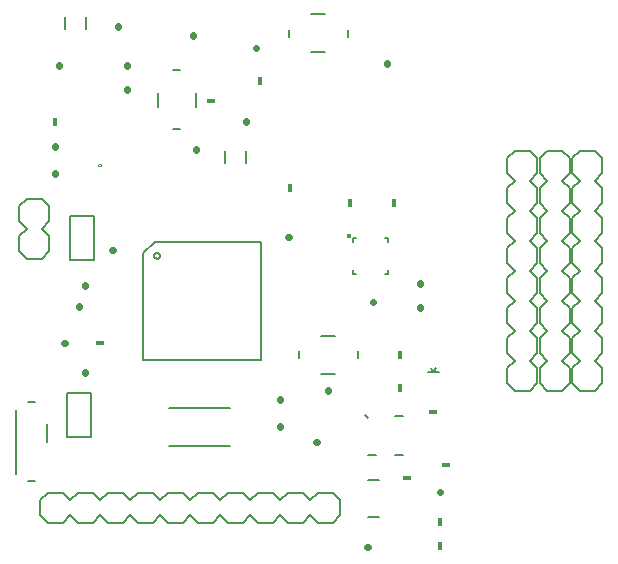
<source format=gto>
G75*
%MOIN*%
%OFA0B0*%
%FSLAX25Y25*%
%IPPOS*%
%LPD*%
%AMOC8*
5,1,8,0,0,1.08239X$1,22.5*
%
%ADD10C,0.02200*%
%ADD11C,0.00800*%
%ADD12R,0.03000X0.01800*%
%ADD13R,0.01800X0.03000*%
%ADD14C,0.00500*%
%ADD15C,0.01575*%
%ADD16C,0.00197*%
D10*
X0115800Y0137680D02*
X0115800Y0137920D01*
X0108920Y0147800D02*
X0108680Y0147800D01*
X0113800Y0159680D02*
X0113800Y0159920D01*
X0115800Y0166680D02*
X0115800Y0166920D01*
X0124680Y0178800D02*
X0124920Y0178800D01*
X0105700Y0204080D02*
X0105700Y0204320D01*
X0105700Y0213080D02*
X0105700Y0213320D01*
X0107100Y0240180D02*
X0107100Y0240420D01*
X0126700Y0253080D02*
X0126700Y0253320D01*
X0129700Y0240320D02*
X0129700Y0240080D01*
X0129700Y0232320D02*
X0129700Y0232080D01*
X0151700Y0250080D02*
X0151700Y0250320D01*
X0172700Y0246120D02*
X0172700Y0245880D01*
X0169300Y0221720D02*
X0169300Y0221480D01*
X0152700Y0212320D02*
X0152700Y0212080D01*
X0183380Y0182900D02*
X0183620Y0182900D01*
X0211580Y0161300D02*
X0211820Y0161300D01*
X0227300Y0159620D02*
X0227300Y0159380D01*
X0227400Y0167380D02*
X0227400Y0167620D01*
X0196800Y0131920D02*
X0196800Y0131680D01*
X0180800Y0128920D02*
X0180800Y0128680D01*
X0180800Y0119920D02*
X0180800Y0119680D01*
X0192680Y0114800D02*
X0192920Y0114800D01*
X0209680Y0079800D02*
X0209920Y0079800D01*
X0233900Y0097880D02*
X0233900Y0098120D01*
X0216400Y0240780D02*
X0216400Y0241020D01*
D11*
X0092682Y0125430D02*
X0092682Y0104170D01*
X0096619Y0101611D02*
X0098981Y0101611D01*
X0103300Y0097800D02*
X0100800Y0095300D01*
X0100800Y0090300D01*
X0103300Y0087800D01*
X0108300Y0087800D01*
X0110800Y0090300D01*
X0113300Y0087800D01*
X0118300Y0087800D01*
X0120800Y0090300D01*
X0123300Y0087800D01*
X0128300Y0087800D01*
X0130800Y0090300D01*
X0133300Y0087800D01*
X0138300Y0087800D01*
X0140800Y0090300D01*
X0143300Y0087800D01*
X0148300Y0087800D01*
X0150800Y0090300D01*
X0153300Y0087800D01*
X0158300Y0087800D01*
X0160800Y0090300D01*
X0163300Y0087800D01*
X0168300Y0087800D01*
X0170800Y0090300D01*
X0173300Y0087800D01*
X0178300Y0087800D01*
X0180800Y0090300D01*
X0183300Y0087800D01*
X0188300Y0087800D01*
X0190800Y0090300D01*
X0193300Y0087800D01*
X0198300Y0087800D01*
X0200800Y0090300D01*
X0200800Y0095300D01*
X0198300Y0097800D01*
X0193300Y0097800D01*
X0190800Y0095300D01*
X0188300Y0097800D01*
X0183300Y0097800D01*
X0180800Y0095300D01*
X0178300Y0097800D01*
X0173300Y0097800D01*
X0170800Y0095300D01*
X0168300Y0097800D01*
X0163300Y0097800D01*
X0160800Y0095300D01*
X0158300Y0097800D01*
X0153300Y0097800D01*
X0150800Y0095300D01*
X0148300Y0097800D01*
X0143300Y0097800D01*
X0140800Y0095300D01*
X0138300Y0097800D01*
X0133300Y0097800D01*
X0130800Y0095300D01*
X0128300Y0097800D01*
X0123300Y0097800D01*
X0120800Y0095300D01*
X0118300Y0097800D01*
X0113300Y0097800D01*
X0110800Y0095300D01*
X0108300Y0097800D01*
X0103300Y0097800D01*
X0102918Y0114800D02*
X0102918Y0120706D01*
X0109863Y0116517D02*
X0109863Y0131083D01*
X0117737Y0131083D01*
X0117737Y0116517D01*
X0109863Y0116517D01*
X0098981Y0127989D02*
X0096619Y0127989D01*
X0135115Y0142115D02*
X0174485Y0142115D01*
X0174485Y0181485D01*
X0139052Y0181485D01*
X0135115Y0177548D01*
X0135115Y0142115D01*
X0118737Y0175517D02*
X0110863Y0175517D01*
X0110863Y0190083D01*
X0118737Y0190083D01*
X0118737Y0175517D01*
X0103800Y0178300D02*
X0101300Y0175800D01*
X0096300Y0175800D01*
X0093800Y0178300D01*
X0093800Y0183300D01*
X0096300Y0185800D01*
X0093800Y0188300D01*
X0093800Y0193300D01*
X0096300Y0195800D01*
X0101300Y0195800D01*
X0103800Y0193300D01*
X0103800Y0188300D01*
X0101300Y0185800D01*
X0103800Y0183300D01*
X0103800Y0178300D01*
X0145119Y0218957D02*
X0147481Y0218957D01*
X0152599Y0226438D02*
X0152599Y0231162D01*
X0147481Y0238643D02*
X0145119Y0238643D01*
X0140001Y0231162D02*
X0140001Y0226438D01*
X0162500Y0211700D02*
X0162500Y0207700D01*
X0169500Y0207700D02*
X0169500Y0211700D01*
X0191138Y0244601D02*
X0195862Y0244601D01*
X0203343Y0249719D02*
X0203343Y0252081D01*
X0195862Y0257199D02*
X0191138Y0257199D01*
X0183657Y0252081D02*
X0183657Y0249719D01*
X0116200Y0252200D02*
X0116200Y0256200D01*
X0109200Y0256200D02*
X0109200Y0252200D01*
X0194438Y0150099D02*
X0199162Y0150099D01*
X0206643Y0144981D02*
X0206643Y0142619D01*
X0199162Y0137501D02*
X0194438Y0137501D01*
X0186957Y0142619D02*
X0186957Y0144981D01*
X0208910Y0123690D02*
X0209894Y0122706D01*
X0219100Y0123300D02*
X0221700Y0123300D01*
X0229989Y0138131D02*
X0231800Y0138131D01*
X0230880Y0139351D01*
X0231800Y0138131D02*
X0233611Y0138131D01*
X0232660Y0139351D02*
X0231900Y0138191D01*
X0256400Y0139300D02*
X0256400Y0134300D01*
X0258900Y0131800D01*
X0263900Y0131800D01*
X0266400Y0134300D01*
X0266400Y0139300D01*
X0263900Y0141800D01*
X0266400Y0144300D01*
X0266400Y0149300D01*
X0263900Y0151800D01*
X0266400Y0154300D01*
X0266400Y0159300D01*
X0263900Y0161800D01*
X0266400Y0164300D01*
X0266400Y0169300D01*
X0263900Y0171800D01*
X0266400Y0174300D01*
X0266400Y0179300D01*
X0263900Y0181800D01*
X0266400Y0184300D01*
X0266400Y0189300D01*
X0263900Y0191800D01*
X0266400Y0194300D01*
X0266400Y0199300D01*
X0263900Y0201800D01*
X0266400Y0204300D01*
X0266400Y0209300D01*
X0263900Y0211800D01*
X0258900Y0211800D01*
X0256400Y0209300D01*
X0256400Y0204300D01*
X0258900Y0201800D01*
X0256400Y0199300D01*
X0256400Y0194300D01*
X0258900Y0191800D01*
X0256400Y0189300D01*
X0256400Y0184300D01*
X0258900Y0181800D01*
X0256400Y0179300D01*
X0256400Y0174300D01*
X0258900Y0171800D01*
X0256400Y0169300D01*
X0256400Y0164300D01*
X0258900Y0161800D01*
X0256400Y0159300D01*
X0256400Y0154300D01*
X0258900Y0151800D01*
X0256400Y0149300D01*
X0256400Y0144300D01*
X0258900Y0141800D01*
X0256400Y0139300D01*
X0267300Y0139300D02*
X0267300Y0134300D01*
X0269800Y0131800D01*
X0274800Y0131800D01*
X0277300Y0134300D01*
X0277300Y0139300D01*
X0274800Y0141800D01*
X0277300Y0144300D01*
X0277300Y0149300D01*
X0274800Y0151800D01*
X0277300Y0154300D01*
X0277300Y0159300D01*
X0274800Y0161800D01*
X0277300Y0164300D01*
X0277300Y0169300D01*
X0274800Y0171800D01*
X0277300Y0174300D01*
X0277300Y0179300D01*
X0274800Y0181800D01*
X0277300Y0184300D01*
X0277300Y0189300D01*
X0274800Y0191800D01*
X0277300Y0194300D01*
X0277300Y0199300D01*
X0274800Y0201800D01*
X0277300Y0204300D01*
X0277300Y0209300D01*
X0274800Y0211800D01*
X0269800Y0211800D01*
X0267300Y0209300D01*
X0267300Y0204300D01*
X0269800Y0201800D01*
X0267300Y0199300D01*
X0267300Y0194300D01*
X0269800Y0191800D01*
X0267300Y0189300D01*
X0267300Y0184300D01*
X0269800Y0181800D01*
X0267300Y0179300D01*
X0267300Y0174300D01*
X0269800Y0171800D01*
X0267300Y0169300D01*
X0267300Y0164300D01*
X0269800Y0161800D01*
X0267300Y0159300D01*
X0267300Y0154300D01*
X0269800Y0151800D01*
X0267300Y0149300D01*
X0267300Y0144300D01*
X0269800Y0141800D01*
X0267300Y0139300D01*
X0278200Y0139300D02*
X0278200Y0134300D01*
X0280700Y0131800D01*
X0285700Y0131800D01*
X0288200Y0134300D01*
X0288200Y0139300D01*
X0285700Y0141800D01*
X0288200Y0144300D01*
X0288200Y0149300D01*
X0285700Y0151800D01*
X0288200Y0154300D01*
X0288200Y0159300D01*
X0285700Y0161800D01*
X0288200Y0164300D01*
X0288200Y0169300D01*
X0285700Y0171800D01*
X0288200Y0174300D01*
X0288200Y0179300D01*
X0285700Y0181800D01*
X0288200Y0184300D01*
X0288200Y0189300D01*
X0285700Y0191800D01*
X0288200Y0194300D01*
X0288200Y0199300D01*
X0285700Y0201800D01*
X0288200Y0204300D01*
X0288200Y0209300D01*
X0285700Y0211800D01*
X0280700Y0211800D01*
X0278200Y0209300D01*
X0278200Y0204300D01*
X0280700Y0201800D01*
X0278200Y0199300D01*
X0278200Y0194300D01*
X0280700Y0191800D01*
X0278200Y0189300D01*
X0278200Y0184300D01*
X0280700Y0181800D01*
X0278200Y0179300D01*
X0278200Y0174300D01*
X0280700Y0171800D01*
X0278200Y0169300D01*
X0278200Y0164300D01*
X0280700Y0161800D01*
X0278200Y0159300D01*
X0278200Y0154300D01*
X0280700Y0151800D01*
X0278200Y0149300D01*
X0278200Y0144300D01*
X0280700Y0141800D01*
X0278200Y0139300D01*
X0221700Y0110300D02*
X0219100Y0110300D01*
X0212600Y0110300D02*
X0210000Y0110300D01*
X0210028Y0101902D02*
X0213572Y0101902D01*
X0213572Y0089698D02*
X0210028Y0089698D01*
D12*
X0223100Y0102600D03*
X0235900Y0107000D03*
X0231800Y0124800D03*
X0157700Y0228200D03*
X0120800Y0147800D03*
D13*
X0184100Y0199200D03*
X0204000Y0194200D03*
X0218800Y0194400D03*
X0220800Y0143800D03*
X0220800Y0132800D03*
X0233900Y0088000D03*
X0233900Y0080000D03*
X0105700Y0221300D03*
X0173900Y0235100D03*
D14*
X0204994Y0182606D02*
X0206176Y0182606D01*
X0204994Y0182606D02*
X0204994Y0181424D01*
X0215624Y0182606D02*
X0216806Y0182606D01*
X0216806Y0181424D01*
X0216806Y0171976D02*
X0216806Y0170794D01*
X0215624Y0170794D01*
X0206176Y0170794D02*
X0204994Y0170794D01*
X0204994Y0171976D01*
X0164036Y0126099D02*
X0143564Y0126099D01*
X0143564Y0113501D02*
X0164036Y0113501D01*
X0138769Y0176831D02*
X0138771Y0176894D01*
X0138777Y0176956D01*
X0138787Y0177018D01*
X0138800Y0177080D01*
X0138818Y0177140D01*
X0138839Y0177199D01*
X0138864Y0177257D01*
X0138893Y0177313D01*
X0138925Y0177367D01*
X0138960Y0177419D01*
X0138998Y0177468D01*
X0139040Y0177516D01*
X0139084Y0177560D01*
X0139132Y0177602D01*
X0139181Y0177640D01*
X0139233Y0177675D01*
X0139287Y0177707D01*
X0139343Y0177736D01*
X0139401Y0177761D01*
X0139460Y0177782D01*
X0139520Y0177800D01*
X0139582Y0177813D01*
X0139644Y0177823D01*
X0139706Y0177829D01*
X0139769Y0177831D01*
X0139832Y0177829D01*
X0139894Y0177823D01*
X0139956Y0177813D01*
X0140018Y0177800D01*
X0140078Y0177782D01*
X0140137Y0177761D01*
X0140195Y0177736D01*
X0140251Y0177707D01*
X0140305Y0177675D01*
X0140357Y0177640D01*
X0140406Y0177602D01*
X0140454Y0177560D01*
X0140498Y0177516D01*
X0140540Y0177468D01*
X0140578Y0177419D01*
X0140613Y0177367D01*
X0140645Y0177313D01*
X0140674Y0177257D01*
X0140699Y0177199D01*
X0140720Y0177140D01*
X0140738Y0177080D01*
X0140751Y0177018D01*
X0140761Y0176956D01*
X0140767Y0176894D01*
X0140769Y0176831D01*
X0140767Y0176768D01*
X0140761Y0176706D01*
X0140751Y0176644D01*
X0140738Y0176582D01*
X0140720Y0176522D01*
X0140699Y0176463D01*
X0140674Y0176405D01*
X0140645Y0176349D01*
X0140613Y0176295D01*
X0140578Y0176243D01*
X0140540Y0176194D01*
X0140498Y0176146D01*
X0140454Y0176102D01*
X0140406Y0176060D01*
X0140357Y0176022D01*
X0140305Y0175987D01*
X0140251Y0175955D01*
X0140195Y0175926D01*
X0140137Y0175901D01*
X0140078Y0175880D01*
X0140018Y0175862D01*
X0139956Y0175849D01*
X0139894Y0175839D01*
X0139832Y0175833D01*
X0139769Y0175831D01*
X0139706Y0175833D01*
X0139644Y0175839D01*
X0139582Y0175849D01*
X0139520Y0175862D01*
X0139460Y0175880D01*
X0139401Y0175901D01*
X0139343Y0175926D01*
X0139287Y0175955D01*
X0139233Y0175987D01*
X0139181Y0176022D01*
X0139132Y0176060D01*
X0139084Y0176102D01*
X0139040Y0176146D01*
X0138998Y0176194D01*
X0138960Y0176243D01*
X0138925Y0176295D01*
X0138893Y0176349D01*
X0138864Y0176405D01*
X0138839Y0176463D01*
X0138818Y0176522D01*
X0138800Y0176582D01*
X0138787Y0176644D01*
X0138777Y0176706D01*
X0138771Y0176768D01*
X0138769Y0176831D01*
D15*
X0203813Y0183393D03*
D16*
X0120158Y0207001D02*
X0120160Y0207043D01*
X0120166Y0207084D01*
X0120176Y0207125D01*
X0120190Y0207165D01*
X0120207Y0207203D01*
X0120228Y0207239D01*
X0120252Y0207273D01*
X0120280Y0207305D01*
X0120310Y0207334D01*
X0120343Y0207359D01*
X0120378Y0207382D01*
X0120415Y0207401D01*
X0120454Y0207417D01*
X0120494Y0207429D01*
X0120535Y0207437D01*
X0120577Y0207441D01*
X0120619Y0207441D01*
X0120661Y0207437D01*
X0120702Y0207429D01*
X0120742Y0207417D01*
X0120781Y0207401D01*
X0120818Y0207382D01*
X0120853Y0207359D01*
X0120886Y0207334D01*
X0120916Y0207305D01*
X0120944Y0207273D01*
X0120968Y0207239D01*
X0120989Y0207203D01*
X0121006Y0207165D01*
X0121020Y0207125D01*
X0121030Y0207084D01*
X0121036Y0207043D01*
X0121038Y0207001D01*
X0121036Y0206959D01*
X0121030Y0206918D01*
X0121020Y0206877D01*
X0121006Y0206837D01*
X0120989Y0206799D01*
X0120968Y0206763D01*
X0120944Y0206729D01*
X0120916Y0206697D01*
X0120886Y0206668D01*
X0120853Y0206643D01*
X0120818Y0206620D01*
X0120781Y0206601D01*
X0120742Y0206585D01*
X0120702Y0206573D01*
X0120661Y0206565D01*
X0120619Y0206561D01*
X0120577Y0206561D01*
X0120535Y0206565D01*
X0120494Y0206573D01*
X0120454Y0206585D01*
X0120415Y0206601D01*
X0120378Y0206620D01*
X0120343Y0206643D01*
X0120310Y0206668D01*
X0120280Y0206697D01*
X0120252Y0206729D01*
X0120228Y0206763D01*
X0120207Y0206799D01*
X0120190Y0206837D01*
X0120176Y0206877D01*
X0120166Y0206918D01*
X0120160Y0206959D01*
X0120158Y0207001D01*
M02*

</source>
